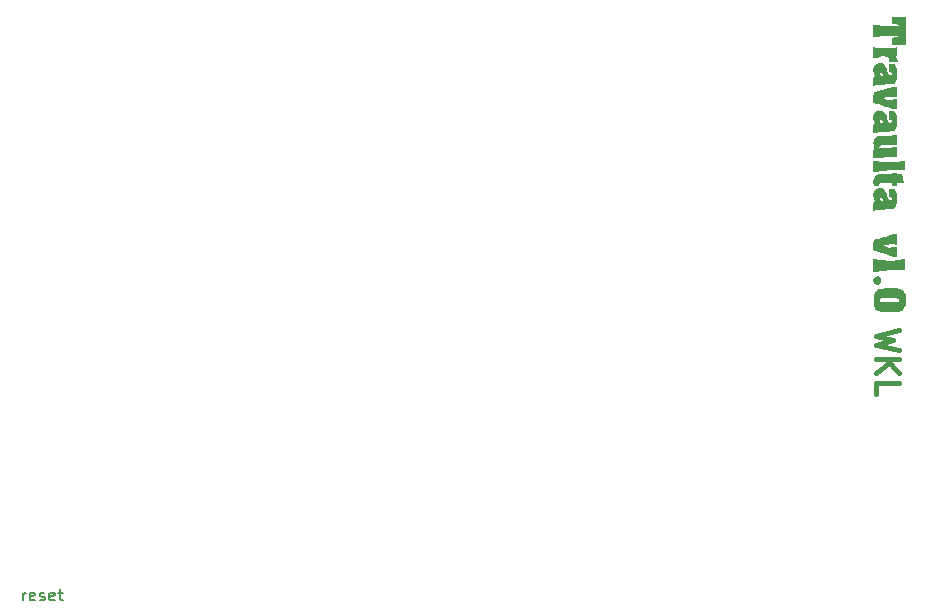
<source format=gbr>
%TF.GenerationSoftware,KiCad,Pcbnew,(7.0.0)*%
%TF.CreationDate,2023-09-29T19:26:45+02:00*%
%TF.ProjectId,plate wkl,706c6174-6520-4776-9b6c-2e6b69636164,rev?*%
%TF.SameCoordinates,Original*%
%TF.FileFunction,Legend,Top*%
%TF.FilePolarity,Positive*%
%FSLAX46Y46*%
G04 Gerber Fmt 4.6, Leading zero omitted, Abs format (unit mm)*
G04 Created by KiCad (PCBNEW (7.0.0)) date 2023-09-29 19:26:45*
%MOMM*%
%LPD*%
G01*
G04 APERTURE LIST*
%ADD10C,0.150000*%
%ADD11C,0.400000*%
G04 APERTURE END LIST*
D10*
X178562202Y-118636130D02*
X178562202Y-117969464D01*
X178562202Y-118159940D02*
X178609821Y-118064702D01*
X178609821Y-118064702D02*
X178657440Y-118017083D01*
X178657440Y-118017083D02*
X178752678Y-117969464D01*
X178752678Y-117969464D02*
X178847916Y-117969464D01*
X179562202Y-118588511D02*
X179466964Y-118636130D01*
X179466964Y-118636130D02*
X179276488Y-118636130D01*
X179276488Y-118636130D02*
X179181250Y-118588511D01*
X179181250Y-118588511D02*
X179133631Y-118493273D01*
X179133631Y-118493273D02*
X179133631Y-118112321D01*
X179133631Y-118112321D02*
X179181250Y-118017083D01*
X179181250Y-118017083D02*
X179276488Y-117969464D01*
X179276488Y-117969464D02*
X179466964Y-117969464D01*
X179466964Y-117969464D02*
X179562202Y-118017083D01*
X179562202Y-118017083D02*
X179609821Y-118112321D01*
X179609821Y-118112321D02*
X179609821Y-118207559D01*
X179609821Y-118207559D02*
X179133631Y-118302797D01*
X179990774Y-118588511D02*
X180086012Y-118636130D01*
X180086012Y-118636130D02*
X180276488Y-118636130D01*
X180276488Y-118636130D02*
X180371726Y-118588511D01*
X180371726Y-118588511D02*
X180419345Y-118493273D01*
X180419345Y-118493273D02*
X180419345Y-118445654D01*
X180419345Y-118445654D02*
X180371726Y-118350416D01*
X180371726Y-118350416D02*
X180276488Y-118302797D01*
X180276488Y-118302797D02*
X180133631Y-118302797D01*
X180133631Y-118302797D02*
X180038393Y-118255178D01*
X180038393Y-118255178D02*
X179990774Y-118159940D01*
X179990774Y-118159940D02*
X179990774Y-118112321D01*
X179990774Y-118112321D02*
X180038393Y-118017083D01*
X180038393Y-118017083D02*
X180133631Y-117969464D01*
X180133631Y-117969464D02*
X180276488Y-117969464D01*
X180276488Y-117969464D02*
X180371726Y-118017083D01*
X181228869Y-118588511D02*
X181133631Y-118636130D01*
X181133631Y-118636130D02*
X180943155Y-118636130D01*
X180943155Y-118636130D02*
X180847917Y-118588511D01*
X180847917Y-118588511D02*
X180800298Y-118493273D01*
X180800298Y-118493273D02*
X180800298Y-118112321D01*
X180800298Y-118112321D02*
X180847917Y-118017083D01*
X180847917Y-118017083D02*
X180943155Y-117969464D01*
X180943155Y-117969464D02*
X181133631Y-117969464D01*
X181133631Y-117969464D02*
X181228869Y-118017083D01*
X181228869Y-118017083D02*
X181276488Y-118112321D01*
X181276488Y-118112321D02*
X181276488Y-118207559D01*
X181276488Y-118207559D02*
X180800298Y-118302797D01*
X181562203Y-117969464D02*
X181943155Y-117969464D01*
X181705060Y-117636130D02*
X181705060Y-118493273D01*
X181705060Y-118493273D02*
X181752679Y-118588511D01*
X181752679Y-118588511D02*
X181847917Y-118636130D01*
X181847917Y-118636130D02*
X181943155Y-118636130D01*
D11*
X252756639Y-95750576D02*
X250756639Y-96226766D01*
X250756639Y-96226766D02*
X252185210Y-96607719D01*
X252185210Y-96607719D02*
X250756639Y-96988671D01*
X250756639Y-96988671D02*
X252756639Y-97464862D01*
X250756639Y-98226766D02*
X252756639Y-98226766D01*
X250756639Y-99369623D02*
X251899496Y-98512480D01*
X252756639Y-99369623D02*
X251613781Y-98226766D01*
X250756639Y-101179147D02*
X250756639Y-100226766D01*
X250756639Y-100226766D02*
X252756639Y-100226766D01*
%TO.C,G\u002A\u002A\u002A*%
G36*
X251083004Y-91260433D02*
G01*
X251159830Y-91332209D01*
X251243892Y-91496056D01*
X251235433Y-91653674D01*
X251142028Y-91794098D01*
X250989913Y-91892331D01*
X250829262Y-91908402D01*
X250682652Y-91845333D01*
X250578920Y-91718738D01*
X250527935Y-91607369D01*
X250519220Y-91528387D01*
X250543799Y-91442438D01*
X250637772Y-91300733D01*
X250776593Y-91220010D01*
X250933817Y-91204999D01*
X251083004Y-91260433D01*
G37*
G36*
X250926609Y-81430960D02*
G01*
X251023404Y-81453132D01*
X251046699Y-81468860D01*
X251103136Y-81485955D01*
X251242824Y-81499645D01*
X251455846Y-81509394D01*
X251732286Y-81514667D01*
X251908901Y-81515465D01*
X252216174Y-81512900D01*
X252465517Y-81505562D01*
X252647014Y-81493986D01*
X252750748Y-81478709D01*
X252771103Y-81468860D01*
X252830829Y-81441819D01*
X252950774Y-81425002D01*
X253030183Y-81422254D01*
X253260460Y-81422254D01*
X253260460Y-81815251D01*
X253260460Y-82208247D01*
X252190774Y-82223049D01*
X251811598Y-82229924D01*
X251518309Y-82239116D01*
X251303600Y-82251098D01*
X251160165Y-82266342D01*
X251080698Y-82285323D01*
X251062921Y-82296108D01*
X250984119Y-82330768D01*
X250851406Y-82351628D01*
X250781047Y-82354364D01*
X250557341Y-82354364D01*
X250557341Y-81888309D01*
X250557341Y-81422254D01*
X250787618Y-81422254D01*
X250926609Y-81430960D01*
G37*
G36*
X250956878Y-89772569D02*
G01*
X251061544Y-89792956D01*
X251093304Y-89811245D01*
X251149785Y-89828495D01*
X251289141Y-89842282D01*
X251501080Y-89852035D01*
X251775312Y-89857183D01*
X251932203Y-89857851D01*
X252233664Y-89855215D01*
X252477965Y-89847688D01*
X252654818Y-89835841D01*
X252753929Y-89820248D01*
X252771103Y-89811245D01*
X252830829Y-89784204D01*
X252950774Y-89767387D01*
X253030183Y-89764640D01*
X253260460Y-89764640D01*
X253260460Y-90230695D01*
X253260460Y-90696750D01*
X252191284Y-90696750D01*
X251829283Y-90698765D01*
X251531473Y-90704610D01*
X251304969Y-90713983D01*
X251156885Y-90726581D01*
X251094336Y-90742102D01*
X251093304Y-90743355D01*
X251034138Y-90769280D01*
X250912754Y-90786201D01*
X250810921Y-90789961D01*
X250557341Y-90789961D01*
X250557341Y-90277300D01*
X250557341Y-89764640D01*
X250810921Y-89764640D01*
X250956878Y-89772569D01*
G37*
G36*
X252561378Y-72186341D02*
G01*
X252554241Y-72406700D01*
X252532999Y-72538070D01*
X252506014Y-72577896D01*
X252481838Y-72617251D01*
X252526518Y-72704644D01*
X252529316Y-72708663D01*
X252588157Y-72828553D01*
X252607983Y-72927120D01*
X252602232Y-72981173D01*
X252571936Y-73012866D01*
X252497529Y-73028140D01*
X252359446Y-73032937D01*
X252258442Y-73033264D01*
X251908901Y-73033264D01*
X251907418Y-72905098D01*
X251877996Y-72749109D01*
X251787068Y-72647289D01*
X251624187Y-72590854D01*
X251517655Y-72577330D01*
X251285556Y-72579956D01*
X251113499Y-72631682D01*
X250966109Y-72680720D01*
X250794016Y-72706068D01*
X250759905Y-72707025D01*
X250557341Y-72707025D01*
X250557341Y-72260133D01*
X250557341Y-71813241D01*
X250848625Y-71843858D01*
X251037595Y-71858398D01*
X251274456Y-71869198D01*
X251513902Y-71874308D01*
X251559359Y-71874475D01*
X251793718Y-71870779D01*
X252034813Y-71860990D01*
X252237338Y-71847060D01*
X252270093Y-71843858D01*
X252561378Y-71813241D01*
X252561378Y-72186341D01*
G37*
G36*
X253307066Y-70423355D02*
G01*
X253307066Y-71588493D01*
X252701194Y-71588493D01*
X252095323Y-71588493D01*
X252095323Y-71287781D01*
X252095323Y-70987069D01*
X252382908Y-70973194D01*
X252558531Y-70955519D01*
X252665085Y-70924626D01*
X252689728Y-70901062D01*
X252653354Y-70881076D01*
X252541790Y-70864851D01*
X252372984Y-70852518D01*
X252164887Y-70844209D01*
X251935447Y-70840054D01*
X251702615Y-70840183D01*
X251484339Y-70844729D01*
X251298570Y-70853822D01*
X251163256Y-70867593D01*
X251096348Y-70886174D01*
X251093304Y-70889410D01*
X251034138Y-70915335D01*
X250912754Y-70932256D01*
X250810921Y-70936016D01*
X250557341Y-70936016D01*
X250557341Y-70423355D01*
X250557341Y-69910695D01*
X250810921Y-69910695D01*
X250956878Y-69918624D01*
X251061544Y-69939011D01*
X251093304Y-69957300D01*
X251149822Y-69974690D01*
X251288863Y-69988565D01*
X251499787Y-69998319D01*
X251771951Y-70003347D01*
X251911651Y-70003906D01*
X252204657Y-70002837D01*
X252416737Y-69998905D01*
X252560161Y-69991025D01*
X252647197Y-69978110D01*
X252690113Y-69959074D01*
X252701194Y-69933997D01*
X252680970Y-69894785D01*
X252608705Y-69872990D01*
X252467010Y-69864601D01*
X252398258Y-69864089D01*
X252095323Y-69864089D01*
X252095323Y-69561153D01*
X252095323Y-69258218D01*
X252701194Y-69258218D01*
X253307066Y-69258218D01*
X253307066Y-70423355D01*
G37*
G36*
X252561378Y-75580023D02*
G01*
X252561378Y-76029535D01*
X252225061Y-76001339D01*
X252004416Y-75995116D01*
X251785954Y-76009748D01*
X251596179Y-76041637D01*
X251461597Y-76087188D01*
X251427932Y-76109505D01*
X251449459Y-76137317D01*
X251542064Y-76178302D01*
X251686172Y-76223931D01*
X251697805Y-76227111D01*
X251878220Y-76270417D01*
X251990306Y-76281803D01*
X252052744Y-76262786D01*
X252059930Y-76256473D01*
X252136050Y-76224379D01*
X252266914Y-76205019D01*
X252337671Y-76202438D01*
X252561378Y-76202438D01*
X252561378Y-76621887D01*
X252561378Y-77041337D01*
X252350013Y-77041337D01*
X252195678Y-77027068D01*
X252065178Y-76991375D01*
X252035426Y-76976269D01*
X251955559Y-76940704D01*
X251804523Y-76886200D01*
X251600894Y-76819008D01*
X251363246Y-76745377D01*
X251244772Y-76710232D01*
X250557341Y-76509264D01*
X250557341Y-76078968D01*
X250560882Y-75888878D01*
X250570376Y-75737288D01*
X250584131Y-75645960D01*
X250592295Y-75629568D01*
X250647093Y-75610826D01*
X250775366Y-75571643D01*
X250960871Y-75516843D01*
X251187362Y-75451251D01*
X251326332Y-75411523D01*
X251569808Y-75340488D01*
X251782236Y-75275215D01*
X251947051Y-75221051D01*
X252047687Y-75183343D01*
X252069690Y-75171547D01*
X252139516Y-75147271D01*
X252266021Y-75132548D01*
X252337671Y-75130511D01*
X252561378Y-75130511D01*
X252561378Y-75580023D01*
G37*
G36*
X252561378Y-88070298D02*
G01*
X252561378Y-88519810D01*
X252225061Y-88491615D01*
X252004416Y-88485392D01*
X251785954Y-88500023D01*
X251596179Y-88531912D01*
X251461597Y-88577463D01*
X251427932Y-88599780D01*
X251449459Y-88627592D01*
X251542064Y-88668577D01*
X251686172Y-88714206D01*
X251697805Y-88717387D01*
X251878220Y-88760692D01*
X251990306Y-88772078D01*
X252052744Y-88753061D01*
X252059930Y-88746748D01*
X252136050Y-88714655D01*
X252266914Y-88695294D01*
X252337671Y-88692713D01*
X252561378Y-88692713D01*
X252561378Y-89112163D01*
X252561378Y-89531612D01*
X252350013Y-89531612D01*
X252195678Y-89517343D01*
X252065178Y-89481650D01*
X252035426Y-89466544D01*
X251955559Y-89430979D01*
X251804523Y-89376476D01*
X251600894Y-89309283D01*
X251363246Y-89235652D01*
X251244772Y-89200507D01*
X250557341Y-88999539D01*
X250557341Y-88569244D01*
X250560882Y-88379153D01*
X250570376Y-88227563D01*
X250584131Y-88136235D01*
X250592295Y-88119843D01*
X250647093Y-88101102D01*
X250775366Y-88061918D01*
X250960871Y-88007118D01*
X251187362Y-87941526D01*
X251326332Y-87901798D01*
X251569808Y-87830763D01*
X251782236Y-87765490D01*
X251947051Y-87711326D01*
X252047687Y-87673619D01*
X252069690Y-87661822D01*
X252139516Y-87637547D01*
X252266021Y-87622823D01*
X252337671Y-87620786D01*
X252561378Y-87620786D01*
X252561378Y-88070298D01*
G37*
G36*
X252461279Y-82455959D02*
G01*
X252545652Y-82477393D01*
X252561378Y-82494181D01*
X252602927Y-82522460D01*
X252707593Y-82539006D01*
X252762581Y-82540786D01*
X252963784Y-82540786D01*
X253042811Y-82878676D01*
X253081010Y-83046723D01*
X253108882Y-83178360D01*
X253121086Y-83248196D01*
X253121241Y-83251520D01*
X253078562Y-83269961D01*
X252968240Y-83282627D01*
X252841011Y-83286475D01*
X252561378Y-83286475D01*
X252561378Y-83426291D01*
X252556287Y-83509059D01*
X252524984Y-83550332D01*
X252443425Y-83564538D01*
X252328350Y-83566108D01*
X252190404Y-83563053D01*
X252121615Y-83544271D01*
X252097939Y-83495336D01*
X252095323Y-83426291D01*
X252095323Y-83286475D01*
X251662940Y-83286475D01*
X251380570Y-83298238D01*
X251183361Y-83334676D01*
X251066138Y-83397506D01*
X251023723Y-83488449D01*
X251023396Y-83498842D01*
X250991963Y-83544354D01*
X250888644Y-83564289D01*
X250819107Y-83566108D01*
X250686588Y-83558431D01*
X250618331Y-83526893D01*
X250586716Y-83461245D01*
X250566032Y-83319078D01*
X250562164Y-83140609D01*
X250574101Y-82968430D01*
X250600830Y-82845133D01*
X250601400Y-82843722D01*
X250664590Y-82742939D01*
X250743092Y-82657300D01*
X250796408Y-82618590D01*
X250867335Y-82591192D01*
X250973065Y-82572520D01*
X251130788Y-82559991D01*
X251357694Y-82551019D01*
X251470979Y-82547865D01*
X251700015Y-82538967D01*
X251891293Y-82525923D01*
X252027767Y-82510324D01*
X252092391Y-82493759D01*
X252095323Y-82489608D01*
X252137246Y-82465629D01*
X252244434Y-82450410D01*
X252328350Y-82447575D01*
X252461279Y-82455959D01*
G37*
G36*
X252561378Y-79622956D02*
G01*
X252557912Y-79823416D01*
X252545428Y-79948655D01*
X252520796Y-80016479D01*
X252487658Y-80042406D01*
X252414121Y-80053455D01*
X252268497Y-80062595D01*
X252071906Y-80068872D01*
X251846832Y-80071331D01*
X251559064Y-80073582D01*
X251351682Y-80081432D01*
X251211902Y-80097643D01*
X251126942Y-80124980D01*
X251084020Y-80166204D01*
X251070352Y-80224079D01*
X251070002Y-80239250D01*
X251073264Y-80288789D01*
X251094152Y-80320852D01*
X251149317Y-80339240D01*
X251255412Y-80347755D01*
X251429089Y-80350196D01*
X251556609Y-80350328D01*
X251766685Y-80346081D01*
X251935426Y-80334511D01*
X252043395Y-80317377D01*
X252072020Y-80303722D01*
X252131747Y-80276681D01*
X252251692Y-80259864D01*
X252331101Y-80257117D01*
X252561378Y-80257117D01*
X252561378Y-80674341D01*
X252561378Y-81091565D01*
X251827341Y-81113789D01*
X251550182Y-81123663D01*
X251282891Y-81135835D01*
X251049827Y-81149013D01*
X250875346Y-81161906D01*
X250825323Y-81166933D01*
X250557341Y-81197853D01*
X250557341Y-80774091D01*
X250562023Y-80578309D01*
X250574818Y-80433645D01*
X250593847Y-80357607D01*
X250602793Y-80350328D01*
X250624715Y-80313255D01*
X250602793Y-80230780D01*
X250570928Y-80079989D01*
X250561883Y-79886441D01*
X250575421Y-79696300D01*
X250606165Y-79567615D01*
X250674253Y-79470640D01*
X250795831Y-79400623D01*
X250980940Y-79354863D01*
X251239622Y-79330661D01*
X251508506Y-79325007D01*
X251733718Y-79321110D01*
X251914407Y-79310378D01*
X252033204Y-79294246D01*
X252072020Y-79278401D01*
X252131747Y-79251360D01*
X252251692Y-79234543D01*
X252331101Y-79231796D01*
X252561378Y-79231796D01*
X252561378Y-79622956D01*
G37*
G36*
X251690106Y-92201454D02*
G01*
X251769084Y-92198243D01*
X252193923Y-92195290D01*
X252541145Y-92215877D01*
X252806984Y-92259514D01*
X252987672Y-92325716D01*
X253040225Y-92362762D01*
X253188714Y-92553831D01*
X253287983Y-92799130D01*
X253337865Y-93076258D01*
X253338192Y-93362815D01*
X253288794Y-93636400D01*
X253189505Y-93874612D01*
X253052839Y-94044248D01*
X252959586Y-94115362D01*
X252854932Y-94167972D01*
X252724527Y-94204193D01*
X252554023Y-94226136D01*
X252329070Y-94235917D01*
X252035319Y-94235649D01*
X251786719Y-94230751D01*
X251463929Y-94219199D01*
X251219608Y-94199003D01*
X251039089Y-94165173D01*
X250907701Y-94112718D01*
X250810775Y-94036647D01*
X250733641Y-93931971D01*
X250693560Y-93858873D01*
X250622758Y-93653744D01*
X250582019Y-93395746D01*
X250576571Y-93213447D01*
X251116607Y-93213447D01*
X251136776Y-93323062D01*
X251209247Y-93374093D01*
X251221470Y-93377406D01*
X251304658Y-93385848D01*
X251460977Y-93391211D01*
X251670383Y-93393173D01*
X251912838Y-93391409D01*
X251997108Y-93389945D01*
X252265389Y-93383251D01*
X252455324Y-93374327D01*
X252581782Y-93361218D01*
X252659627Y-93341972D01*
X252703726Y-93314632D01*
X252719255Y-93295007D01*
X252745696Y-93194671D01*
X252719255Y-93131887D01*
X252687585Y-93099148D01*
X252630514Y-93075599D01*
X252533175Y-93059286D01*
X252380704Y-93048253D01*
X252158234Y-93040548D01*
X251997108Y-93036949D01*
X251690106Y-93032006D01*
X251463976Y-93032841D01*
X251306438Y-93041916D01*
X251205213Y-93061693D01*
X251148021Y-93094632D01*
X251122581Y-93143195D01*
X251116615Y-93209844D01*
X251116607Y-93213447D01*
X250576571Y-93213447D01*
X250573809Y-93121041D01*
X250600592Y-92865788D01*
X250620201Y-92782318D01*
X250687250Y-92592799D01*
X250775715Y-92449461D01*
X250898676Y-92345653D01*
X251069217Y-92274724D01*
X251300420Y-92230023D01*
X251605368Y-92204899D01*
X251690106Y-92201454D01*
G37*
G36*
X251143524Y-73150978D02*
G01*
X251259602Y-73162864D01*
X251439879Y-73250829D01*
X251563592Y-73382724D01*
X251614617Y-73483472D01*
X251678388Y-73640994D01*
X251741723Y-73822534D01*
X251746073Y-73836158D01*
X251803272Y-74008452D01*
X251847980Y-74109792D01*
X251893402Y-74158825D01*
X251952740Y-74174195D01*
X251986080Y-74175098D01*
X252082611Y-74160866D01*
X252116372Y-74101627D01*
X252118625Y-74058585D01*
X252098133Y-73968952D01*
X252018901Y-73931371D01*
X251990460Y-73927324D01*
X251925052Y-73916075D01*
X251886834Y-73887343D01*
X251868501Y-73820542D01*
X251862749Y-73695083D01*
X251862295Y-73566131D01*
X251862295Y-73219686D01*
X252113315Y-73219686D01*
X252260839Y-73223694D01*
X252345824Y-73245547D01*
X252398889Y-73299983D01*
X252438648Y-73376289D01*
X252528275Y-73626105D01*
X252584329Y-73907531D01*
X252598580Y-74173930D01*
X252592810Y-74249719D01*
X252551245Y-74445937D01*
X252480483Y-74633595D01*
X252393415Y-74785459D01*
X252302930Y-74874298D01*
X252295381Y-74878123D01*
X252217644Y-74896136D01*
X252068547Y-74916224D01*
X251869830Y-74935887D01*
X251652570Y-74952042D01*
X251402088Y-74968881D01*
X251156313Y-74987277D01*
X250946712Y-75004774D01*
X250825323Y-75016573D01*
X250557341Y-75045927D01*
X250557341Y-74645467D01*
X250560274Y-74446184D01*
X250570957Y-74323801D01*
X250592214Y-74262136D01*
X250626870Y-74245008D01*
X250627249Y-74245007D01*
X250675732Y-74243071D01*
X250690186Y-74222941D01*
X250668223Y-74163134D01*
X250607457Y-74042165D01*
X250603947Y-74035282D01*
X250574671Y-73956069D01*
X251077780Y-73956069D01*
X251083281Y-74079656D01*
X251098291Y-74124681D01*
X251165421Y-74181730D01*
X251264551Y-74198401D01*
X251359184Y-74189413D01*
X251383115Y-74148090D01*
X251371076Y-74093539D01*
X251305529Y-73958615D01*
X251217598Y-73887704D01*
X251143524Y-73887630D01*
X251077780Y-73956069D01*
X250574671Y-73956069D01*
X250526287Y-73825152D01*
X250526066Y-73630665D01*
X250578739Y-73467882D01*
X250698122Y-73296969D01*
X250866325Y-73187870D01*
X251060951Y-73142523D01*
X251143524Y-73150978D01*
G37*
G36*
X251143524Y-77159051D02*
G01*
X251259602Y-77170937D01*
X251439879Y-77258902D01*
X251563592Y-77390798D01*
X251614617Y-77491545D01*
X251678388Y-77649067D01*
X251741723Y-77830607D01*
X251746073Y-77844232D01*
X251803272Y-78016526D01*
X251847980Y-78117866D01*
X251893402Y-78166898D01*
X251952740Y-78182268D01*
X251986080Y-78183172D01*
X252082611Y-78168940D01*
X252116372Y-78109701D01*
X252118625Y-78066658D01*
X252098133Y-77977026D01*
X252018901Y-77939444D01*
X251990460Y-77935397D01*
X251925052Y-77924148D01*
X251886834Y-77895417D01*
X251868501Y-77828616D01*
X251862749Y-77703157D01*
X251862295Y-77574205D01*
X251862295Y-77227759D01*
X252113315Y-77227759D01*
X252260839Y-77231768D01*
X252345824Y-77253620D01*
X252398889Y-77308056D01*
X252438648Y-77384362D01*
X252528275Y-77634178D01*
X252584329Y-77915604D01*
X252598580Y-78182003D01*
X252592810Y-78257792D01*
X252551245Y-78454011D01*
X252480483Y-78641668D01*
X252393415Y-78793533D01*
X252302930Y-78882371D01*
X252295381Y-78886196D01*
X252217644Y-78904209D01*
X252068547Y-78924297D01*
X251869830Y-78943960D01*
X251652570Y-78960115D01*
X251402088Y-78976955D01*
X251156313Y-78995351D01*
X250946712Y-79012847D01*
X250825323Y-79024647D01*
X250557341Y-79054000D01*
X250557341Y-78653540D01*
X250560274Y-78454257D01*
X250570957Y-78331874D01*
X250592214Y-78270209D01*
X250626870Y-78253081D01*
X250627249Y-78253080D01*
X250675732Y-78251144D01*
X250690186Y-78231014D01*
X250668223Y-78171207D01*
X250607457Y-78050239D01*
X250603947Y-78043355D01*
X250574671Y-77964142D01*
X251077780Y-77964142D01*
X251083281Y-78087730D01*
X251098291Y-78132755D01*
X251165421Y-78189803D01*
X251264551Y-78206475D01*
X251359184Y-78197487D01*
X251383115Y-78156163D01*
X251371076Y-78101612D01*
X251305529Y-77966688D01*
X251217598Y-77895778D01*
X251143524Y-77895703D01*
X251077780Y-77964142D01*
X250574671Y-77964142D01*
X250526287Y-77833225D01*
X250526066Y-77638739D01*
X250578739Y-77475955D01*
X250698122Y-77305042D01*
X250866325Y-77195943D01*
X251060951Y-77150596D01*
X251143524Y-77159051D01*
G37*
G36*
X251143524Y-83730427D02*
G01*
X251259602Y-83742313D01*
X251439879Y-83830279D01*
X251563592Y-83962174D01*
X251614617Y-84062921D01*
X251678388Y-84220443D01*
X251741723Y-84401983D01*
X251746073Y-84415608D01*
X251803272Y-84587902D01*
X251847980Y-84689242D01*
X251893402Y-84738274D01*
X251952740Y-84753645D01*
X251986080Y-84754548D01*
X252082611Y-84740316D01*
X252116372Y-84681077D01*
X252118625Y-84638034D01*
X252098133Y-84548402D01*
X252018901Y-84510820D01*
X251990460Y-84506773D01*
X251925052Y-84495524D01*
X251886834Y-84466793D01*
X251868501Y-84399992D01*
X251862749Y-84274533D01*
X251862295Y-84145581D01*
X251862295Y-83799135D01*
X252113315Y-83799135D01*
X252260839Y-83803144D01*
X252345824Y-83824996D01*
X252398889Y-83879432D01*
X252438648Y-83955738D01*
X252528275Y-84205554D01*
X252584329Y-84486981D01*
X252598580Y-84753379D01*
X252592810Y-84829168D01*
X252551245Y-85025387D01*
X252480483Y-85213044D01*
X252393415Y-85364909D01*
X252302930Y-85453748D01*
X252295381Y-85457572D01*
X252217644Y-85475585D01*
X252068547Y-85495673D01*
X251869830Y-85515336D01*
X251652570Y-85531491D01*
X251402088Y-85548331D01*
X251156313Y-85566727D01*
X250946712Y-85584224D01*
X250825323Y-85596023D01*
X250557341Y-85625376D01*
X250557341Y-85224916D01*
X250560274Y-85025634D01*
X250570957Y-84903250D01*
X250592214Y-84841585D01*
X250626870Y-84824457D01*
X250627249Y-84824456D01*
X250675732Y-84822520D01*
X250690186Y-84802390D01*
X250668223Y-84742583D01*
X250607457Y-84621615D01*
X250603947Y-84614731D01*
X250574671Y-84535518D01*
X251077780Y-84535518D01*
X251083281Y-84659106D01*
X251098291Y-84704131D01*
X251165421Y-84761179D01*
X251264551Y-84777851D01*
X251359184Y-84768863D01*
X251383115Y-84727539D01*
X251371076Y-84672988D01*
X251305529Y-84538064D01*
X251217598Y-84467154D01*
X251143524Y-84467079D01*
X251077780Y-84535518D01*
X250574671Y-84535518D01*
X250526287Y-84404601D01*
X250526066Y-84210115D01*
X250578739Y-84047332D01*
X250698122Y-83876418D01*
X250866325Y-83767320D01*
X251060951Y-83721972D01*
X251143524Y-83730427D01*
G37*
%TD*%
M02*

</source>
